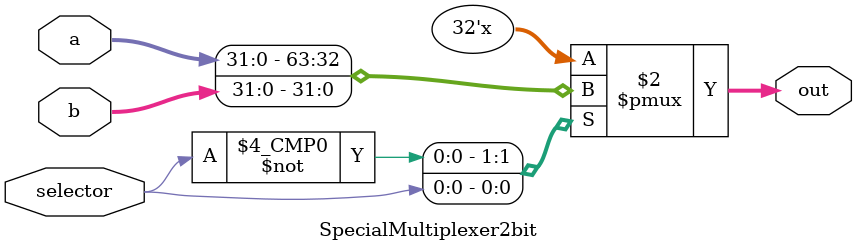
<source format=v>
module SpecialMultiplexer2bit(a,b,selector,out);
   parameter bitwidth = 32;

   input[bitwidth-1:0] a;
   input[bitwidth-1:0] b;
   input selector;

   output[bitwidth-1:0] out;
   reg[bitwidth-1:0] out;


   always @ (a,b,selector,out)
     begin
        case (selector)
          1'b0 : out = a;
          1'b1 : out = b;
          default: out = a;
        endcase //case (selector)
     end //always @ (a,b,selector,out):
endmodule

</source>
